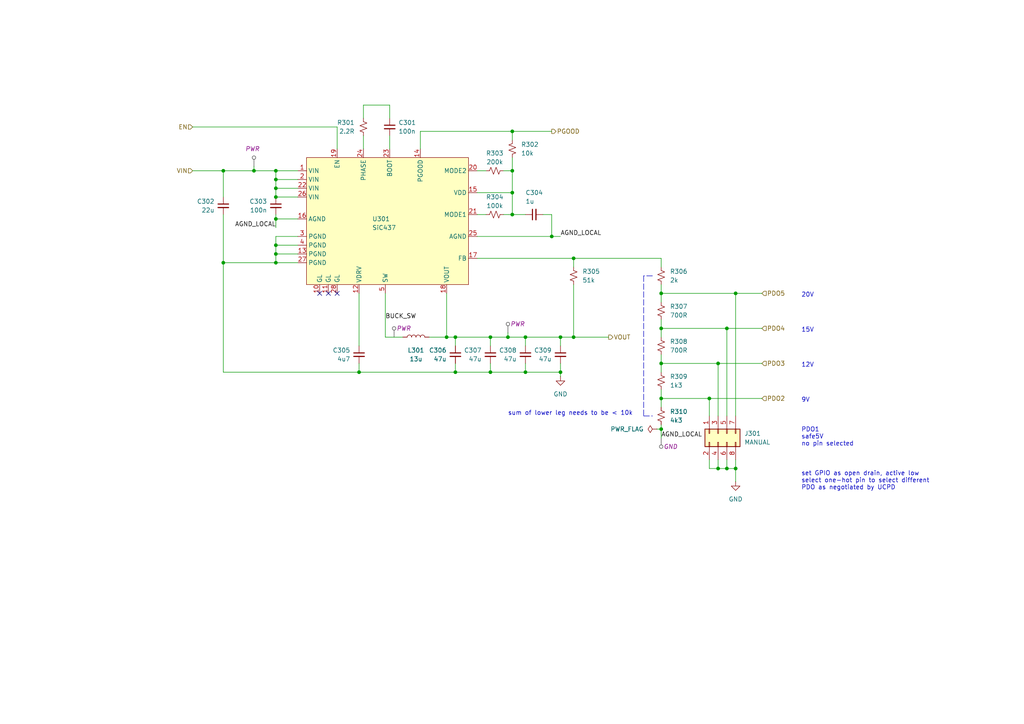
<source format=kicad_sch>
(kicad_sch (version 20231120) (generator "eeschema") (generator_version "8.0")
  (paper "A4")
  (lib_symbols
    (symbol "Connector_Generic:Conn_02x04_Odd_Even" (pin_names (offset 1.016) hide)
      (property "Reference" "J" (at 1.27 5.08 0))
      (property "Value" "Conn_02x04_Odd_Even" (at 1.27 -7.62 0))
      (symbol "Conn_02x04_Odd_Even_1_1"
        (rectangle (start -1.27 -4.953) (end 0 -5.207) (stroke (width 0.1524)))
        (rectangle (start -1.27 -2.413) (end 0 -2.667) (stroke (width 0.1524)))
        (rectangle (start -1.27 0.127) (end 0 -0.127) (stroke (width 0.1524)))
        (rectangle (start -1.27 2.667) (end 0 2.413) (stroke (width 0.1524)))
        (rectangle (start -1.27 3.81) (end 3.81 -6.35) (stroke (width 0.254)) (fill (type background)))
        (rectangle (start 3.81 -4.953) (end 2.54 -5.207) (stroke (width 0.1524)))
        (rectangle (start 3.81 -2.413) (end 2.54 -2.667) (stroke (width 0.1524)))
        (rectangle (start 3.81 0.127) (end 2.54 -0.127) (stroke (width 0.1524)))
        (rectangle (start 3.81 2.667) (end 2.54 2.413) (stroke (width 0.1524)))
        (pin passive line (at -5.08 2.54 0) (length 3.81) (name "Pin_1") (number "1"))
        (pin passive line (at 7.62 2.54 180) (length 3.81) (name "Pin_2") (number "2"))
        (pin passive line (at -5.08 0 0) (length 3.81) (name "Pin_3") (number "3"))
        (pin passive line (at 7.62 0 180) (length 3.81) (name "Pin_4") (number "4"))
        (pin passive line (at -5.08 -2.54 0) (length 3.81) (name "Pin_5") (number "5"))
        (pin passive line (at 7.62 -2.54 180) (length 3.81) (name "Pin_6") (number "6"))
        (pin passive line (at -5.08 -5.08 0) (length 3.81) (name "Pin_7") (number "7"))
        (pin passive line (at 7.62 -5.08 180) (length 3.81) (name "Pin_8") (number "8"))
      )
    )
    (symbol "Device:C_Small" (pin_numbers hide) (pin_names (offset 0.254) hide)
      (property "Reference" "C" (at 0.254 1.778 0))
      (property "Value" "C_Small" (at 0.254 -2.032 0))
      (symbol "C_Small_0_1"
        (polyline (pts (xy -1.524 -0.508) (xy 1.524 -0.508)) (stroke (width 0.3302)))
        (polyline (pts (xy -1.524 0.508) (xy 1.524 0.508)) (stroke (width 0.3048)))
      )
      (symbol "C_Small_1_1"
        (pin passive line (at 0 2.54 270) (length 2.032) (name "~") (number "1"))
        (pin passive line (at 0 -2.54 90) (length 2.032) (name "~") (number "2"))
      )
    )
    (symbol "Device:L" (pin_numbers hide) (pin_names (offset 1.016) hide)
      (property "Reference" "L" (at -1.27 0 90))
      (property "Value" "L" (at 1.905 0 90))
      (symbol "L_0_1"
        (arc (start 0 -2.54) (mid 0.6323 -1.905) (end 0 -1.27))
        (arc (start 0 -1.27) (mid 0.6323 -0.635) (end 0 0))
        (arc (start 0 0) (mid 0.6323 0.635) (end 0 1.27))
        (arc (start 0 1.27) (mid 0.6323 1.905) (end 0 2.54))
      )
      (symbol "L_1_1"
        (pin passive line (at 0 3.81 270) (length 1.27) (name "1") (number "1"))
        (pin passive line (at 0 -3.81 90) (length 1.27) (name "2") (number "2"))
      )
    )
    (symbol "Device:R_Small_US" (pin_numbers hide) (pin_names (offset 0.254) hide)
      (property "Reference" "R" (at 0.762 0.508 0))
      (property "Value" "R_Small_US" (at 0.762 -1.016 0))
      (symbol "R_Small_US_1_1"
        (polyline (pts (xy 0 0) (xy 1.016 -0.381) (xy 0 -0.762) (xy -1.016 -1.143) (xy 0 -1.524)))
        (polyline (pts (xy 0 1.524) (xy 1.016 1.143) (xy 0 0.762) (xy -1.016 0.381) (xy 0 0)))
        (pin passive line (at 0 2.54 270) (length 1.016) (name "~") (number "1"))
        (pin passive line (at 0 -2.54 90) (length 1.016) (name "~") (number "2"))
      )
    )
    (symbol "matei:SiC437"
      (property "Reference" "U" (at -2.54 0 0))
      (property "Value" "SiC437" (at -26.67 12.7 0))
      (symbol "SiC437_0_0"
        (pin power_in line (at -26.67 12.7 0) (length 2.54) (name "VIN") (number "1"))
        (pin output line (at -20.32 -22.86 90) (length 2.54) (name "GL") (number "10"))
        (pin output line (at -17.78 -22.86 90) (length 2.54) (name "GL") (number "11"))
        (pin passive line (at -8.89 -22.86 90) (length 2.54) (name "VDRV") (number "12"))
        (pin power_in line (at -26.67 -11.43 0) (length 2.54) (name "PGND") (number "13"))
        (pin output line (at 8.89 19.05 270) (length 2.54) (name "PGOOD") (number "14"))
        (pin passive line (at 25.4 6.35 180) (length 2.54) (name "VDD") (number "15"))
        (pin power_in line (at -26.67 -1.27 0) (length 2.54) (name "AGND") (number "16"))
        (pin input line (at 25.4 -12.7 180) (length 2.54) (name "FB") (number "17"))
        (pin power_out line (at 16.51 -22.86 90) (length 2.54) (name "VOUT") (number "18"))
        (pin input line (at -15.24 19.05 270) (length 2.54) (name "EN") (number "19"))
        (pin power_in line (at -26.67 10.16 0) (length 2.54) (name "VIN") (number "2"))
        (pin input line (at 25.4 12.7 180) (length 2.54) (name "MODE2") (number "20"))
        (pin input line (at 25.4 0 180) (length 2.54) (name "MODE1") (number "21"))
        (pin power_in line (at -26.67 7.62 0) (length 2.54) (name "VIN") (number "22"))
        (pin passive line (at 0 19.05 270) (length 2.54) (name "BOOT") (number "23"))
        (pin passive line (at -7.62 19.05 270) (length 2.54) (name "PHASE") (number "24"))
        (pin power_in line (at 25.4 -6.35 180) (length 2.54) (name "AGND") (number "25"))
        (pin power_in line (at -26.67 5.08 0) (length 2.54) (name "VIN") (number "26"))
        (pin power_in line (at -26.67 -13.97 0) (length 2.54) (name "PGND") (number "27"))
        (pin output line (at -15.24 -22.86 90) (length 2.54) (name "GL") (number "28"))
        (pin power_in line (at -26.67 -6.35 0) (length 2.54) (name "PGND") (number "3"))
        (pin power_in line (at -26.67 -8.89 0) (length 2.54) (name "PGND") (number "4"))
        (pin output line (at -1.27 -22.86 90) (length 2.54) (name "SW") (number "5"))
      )
      (symbol "SiC437_1_0"
        (pin passive line (at -1.27 -22.86 90) (length 2.54) hide (name "SW") (number "6"))
        (pin passive line (at -1.27 -22.86 90) (length 2.54) hide (name "SW") (number "7"))
        (pin passive line (at -1.27 -22.86 90) (length 2.54) hide (name "SW") (number "8"))
        (pin passive line (at -1.27 -22.86 90) (length 2.54) hide (name "SW") (number "9"))
      )
      (symbol "SiC437_1_1"
        (rectangle (start -24.13 16.51) (end 22.86 -20.32) (fill (type background)))
      )
    )
    (symbol "power:GND" (power) (pin_numbers hide) (pin_names (offset 0) hide)
      (property "Value" "GND" (at 0 -3.81 0))
      (symbol "GND_0_1"
        (polyline (pts (xy 0 0) (xy 0 -1.27) (xy 1.27 -1.27) (xy 0 -2.54) (xy -1.27 -1.27) (xy 0 -1.27)))
      )
      (symbol "GND_1_1"
        (pin power_in line (at 0 0 270) (length 0) (name "~") (number "1"))
      )
    )
    (symbol "power:PWR_FLAG" (power) (pin_numbers hide) (pin_names (offset 0) hide)
      (property "Value" "PWR_FLAG" (at 0 3.81 0))
      (symbol "PWR_FLAG_0_0"
        (pin power_out line (at 0 0 90) (length 0) (name "~") (number "1"))
      )
      (symbol "PWR_FLAG_0_1"
        (polyline (pts (xy 0 0) (xy 0 1.27) (xy -1.016 1.905) (xy 0 2.54) (xy 1.016 1.905) (xy 0 1.27)))
      )
    )
  )
  (junction (at 148.59 62.23))
  (junction (at 148.59 38.1))
  (junction (at 64.77 49.53))
  (junction (at 80.01 73.66))
  (junction (at 142.24 107.95))
  (junction (at 213.36 135.89))
  (junction (at 208.28 105.41))
  (junction (at 80.01 52.07))
  (junction (at 132.08 97.79))
  (junction (at 129.54 97.79))
  (junction (at 142.24 97.79))
  (junction (at 80.01 49.53))
  (junction (at 213.36 85.09))
  (junction (at 132.08 107.95))
  (junction (at 210.82 95.25))
  (junction (at 80.01 63.5))
  (junction (at 191.77 115.57))
  (junction (at 210.82 135.89))
  (junction (at 191.77 95.25))
  (junction (at 147.32 97.79))
  (junction (at 64.77 76.2))
  (junction (at 160.02 68.58))
  (junction (at 205.74 115.57))
  (junction (at 166.37 74.93))
  (junction (at 208.28 135.89))
  (junction (at 104.14 107.95))
  (junction (at 148.59 49.53))
  (junction (at 152.4 107.95))
  (junction (at 80.01 54.61))
  (junction (at 166.37 97.79))
  (junction (at 191.77 105.41))
  (junction (at 191.77 124.46))
  (junction (at 162.56 107.95))
  (junction (at 80.01 76.2))
  (junction (at 80.01 57.15))
  (junction (at 73.66 49.53))
  (junction (at 191.77 85.09))
  (junction (at 80.01 71.12))
  (junction (at 162.56 97.79))
  (junction (at 148.59 55.88))
  (junction (at 152.4 97.79))
  (no_connect (at 92.71 85.09))
  (no_connect (at 95.25 85.09))
  (no_connect (at 97.79 85.09))
  (wire (pts (xy 80.01 76.2) (xy 86.36 76.2)))
  (wire (pts (xy 138.43 68.58) (xy 160.02 68.58)))
  (wire (pts (xy 64.77 107.95) (xy 104.14 107.95)))
  (wire (pts (xy 132.08 107.95) (xy 142.24 107.95)))
  (wire (pts (xy 208.28 135.89) (xy 205.74 135.89)))
  (wire (pts (xy 160.02 62.23) (xy 160.02 68.58)))
  (wire (pts (xy 162.56 68.58) (xy 160.02 68.58)))
  (polyline (pts (xy 186.69 120.65) (xy 189.23 120.65)) (stroke (width 0) (type dash)))
  (wire (pts (xy 64.77 62.23) (xy 64.77 76.2)))
  (wire (pts (xy 157.48 62.23) (xy 160.02 62.23)))
  (wire (pts (xy 191.77 113.03) (xy 191.77 115.57)))
  (wire (pts (xy 80.01 71.12) (xy 80.01 73.66)))
  (wire (pts (xy 105.41 43.18) (xy 105.41 39.37)))
  (wire (pts (xy 121.92 38.1) (xy 148.59 38.1)))
  (wire (pts (xy 104.14 85.09) (xy 104.14 100.33)))
  (wire (pts (xy 162.56 97.79) (xy 166.37 97.79)))
  (wire (pts (xy 142.24 97.79) (xy 147.32 97.79)))
  (wire (pts (xy 148.59 38.1) (xy 160.02 38.1)))
  (wire (pts (xy 190.5 124.46) (xy 191.77 124.46)))
  (wire (pts (xy 86.36 57.15) (xy 80.01 57.15)))
  (wire (pts (xy 80.01 71.12) (xy 86.36 71.12)))
  (wire (pts (xy 142.24 107.95) (xy 152.4 107.95)))
  (wire (pts (xy 208.28 105.41) (xy 220.98 105.41)))
  (wire (pts (xy 129.54 97.79) (xy 132.08 97.79)))
  (wire (pts (xy 142.24 97.79) (xy 142.24 100.33)))
  (wire (pts (xy 105.41 34.29) (xy 105.41 30.48)))
  (polyline (pts (xy 189.23 80.01) (xy 186.69 80.01)) (stroke (width 0) (type dash)))
  (wire (pts (xy 162.56 107.95) (xy 162.56 109.22)))
  (wire (pts (xy 191.77 82.55) (xy 191.77 85.09)))
  (wire (pts (xy 147.32 97.79) (xy 152.4 97.79)))
  (wire (pts (xy 80.01 63.5) (xy 86.36 63.5)))
  (wire (pts (xy 147.32 96.52) (xy 147.32 97.79)))
  (wire (pts (xy 55.88 49.53) (xy 64.77 49.53)))
  (wire (pts (xy 205.74 115.57) (xy 220.98 115.57)))
  (wire (pts (xy 80.01 49.53) (xy 86.36 49.53)))
  (wire (pts (xy 191.77 85.09) (xy 213.36 85.09)))
  (wire (pts (xy 111.76 85.09) (xy 111.76 97.79)))
  (wire (pts (xy 80.01 57.15) (xy 80.01 54.61)))
  (wire (pts (xy 205.74 133.35) (xy 205.74 135.89)))
  (wire (pts (xy 64.77 76.2) (xy 80.01 76.2)))
  (wire (pts (xy 210.82 95.25) (xy 220.98 95.25)))
  (wire (pts (xy 166.37 74.93) (xy 191.77 74.93)))
  (wire (pts (xy 113.03 30.48) (xy 113.03 34.29)))
  (wire (pts (xy 152.4 97.79) (xy 162.56 97.79)))
  (wire (pts (xy 148.59 62.23) (xy 148.59 55.88)))
  (wire (pts (xy 191.77 95.25) (xy 210.82 95.25)))
  (wire (pts (xy 80.01 73.66) (xy 86.36 73.66)))
  (wire (pts (xy 73.66 48.26) (xy 73.66 49.53)))
  (wire (pts (xy 148.59 45.72) (xy 148.59 49.53)))
  (wire (pts (xy 162.56 105.41) (xy 162.56 107.95)))
  (wire (pts (xy 86.36 68.58) (xy 80.01 68.58)))
  (wire (pts (xy 80.01 54.61) (xy 80.01 52.07)))
  (wire (pts (xy 73.66 49.53) (xy 80.01 49.53)))
  (wire (pts (xy 80.01 68.58) (xy 80.01 71.12)))
  (wire (pts (xy 138.43 74.93) (xy 166.37 74.93)))
  (wire (pts (xy 152.4 105.41) (xy 152.4 107.95)))
  (wire (pts (xy 124.46 97.79) (xy 129.54 97.79)))
  (wire (pts (xy 213.36 135.89) (xy 213.36 139.7)))
  (wire (pts (xy 86.36 54.61) (xy 80.01 54.61)))
  (wire (pts (xy 191.77 74.93) (xy 191.77 77.47)))
  (wire (pts (xy 148.59 38.1) (xy 148.59 40.64)))
  (wire (pts (xy 64.77 76.2) (xy 64.77 107.95)))
  (wire (pts (xy 146.05 62.23) (xy 148.59 62.23)))
  (wire (pts (xy 86.36 52.07) (xy 80.01 52.07)))
  (wire (pts (xy 132.08 105.41) (xy 132.08 107.95)))
  (wire (pts (xy 191.77 85.09) (xy 191.77 87.63)))
  (wire (pts (xy 148.59 55.88) (xy 138.43 55.88)))
  (wire (pts (xy 105.41 30.48) (xy 113.03 30.48)))
  (wire (pts (xy 111.76 97.79) (xy 116.84 97.79)))
  (wire (pts (xy 191.77 102.87) (xy 191.77 105.41)))
  (wire (pts (xy 166.37 74.93) (xy 166.37 77.47)))
  (wire (pts (xy 162.56 97.79) (xy 162.56 100.33)))
  (wire (pts (xy 191.77 123.19) (xy 191.77 124.46)))
  (wire (pts (xy 191.77 115.57) (xy 191.77 118.11)))
  (wire (pts (xy 64.77 49.53) (xy 73.66 49.53)))
  (wire (pts (xy 146.05 49.53) (xy 148.59 49.53)))
  (wire (pts (xy 191.77 105.41) (xy 208.28 105.41)))
  (wire (pts (xy 213.36 85.09) (xy 220.98 85.09)))
  (wire (pts (xy 80.01 63.5) (xy 80.01 62.23)))
  (polyline (pts (xy 186.69 80.01) (xy 186.69 120.65)) (stroke (width 0) (type dash)))
  (wire (pts (xy 129.54 85.09) (xy 129.54 97.79)))
  (wire (pts (xy 210.82 95.25) (xy 210.82 120.65)))
  (wire (pts (xy 97.79 43.18) (xy 97.79 36.83)))
  (wire (pts (xy 138.43 62.23) (xy 140.97 62.23)))
  (wire (pts (xy 191.77 95.25) (xy 191.77 97.79)))
  (wire (pts (xy 152.4 97.79) (xy 152.4 100.33)))
  (wire (pts (xy 138.43 49.53) (xy 140.97 49.53)))
  (wire (pts (xy 191.77 92.71) (xy 191.77 95.25)))
  (wire (pts (xy 148.59 49.53) (xy 148.59 55.88)))
  (wire (pts (xy 210.82 135.89) (xy 208.28 135.89)))
  (wire (pts (xy 64.77 49.53) (xy 64.77 57.15)))
  (wire (pts (xy 213.36 133.35) (xy 213.36 135.89)))
  (wire (pts (xy 166.37 82.55) (xy 166.37 97.79)))
  (wire (pts (xy 208.28 133.35) (xy 208.28 135.89)))
  (wire (pts (xy 142.24 105.41) (xy 142.24 107.95)))
  (wire (pts (xy 132.08 97.79) (xy 132.08 100.33)))
  (wire (pts (xy 80.01 66.04) (xy 80.01 63.5)))
  (wire (pts (xy 205.74 115.57) (xy 205.74 120.65)))
  (wire (pts (xy 55.88 36.83) (xy 97.79 36.83)))
  (wire (pts (xy 213.36 135.89) (xy 210.82 135.89)))
  (wire (pts (xy 121.92 43.18) (xy 121.92 38.1)))
  (wire (pts (xy 113.03 39.37) (xy 113.03 43.18)))
  (wire (pts (xy 191.77 124.46) (xy 191.77 127)))
  (wire (pts (xy 191.77 105.41) (xy 191.77 107.95)))
  (wire (pts (xy 191.77 115.57) (xy 205.74 115.57)))
  (wire (pts (xy 104.14 107.95) (xy 132.08 107.95)))
  (wire (pts (xy 132.08 97.79) (xy 142.24 97.79)))
  (wire (pts (xy 80.01 52.07) (xy 80.01 49.53)))
  (wire (pts (xy 208.28 105.41) (xy 208.28 120.65)))
  (wire (pts (xy 80.01 73.66) (xy 80.01 76.2)))
  (wire (pts (xy 148.59 62.23) (xy 152.4 62.23)))
  (wire (pts (xy 104.14 105.41) (xy 104.14 107.95)))
  (wire (pts (xy 152.4 107.95) (xy 162.56 107.95)))
  (wire (pts (xy 210.82 133.35) (xy 210.82 135.89)))
  (wire (pts (xy 166.37 97.79) (xy 176.53 97.79)))
  (wire (pts (xy 213.36 85.09) (xy 213.36 120.65)))
  (text "sum of lower leg needs to be < 10k" (at 147.32 120.65 0) (effects (font (size 1.27 1.27)) (justify left bottom)))
  (text "20V" (at 232.41 86.36 0) (effects (font (size 1.27 1.27)) (justify left bottom)))
  (text "set GPIO as open drain, active low\nselect one-hot pin to select different\nPDO as negotiated by UCPD" (at 232.41 142.24 0) (effects (font (size 1.27 1.27)) (justify left bottom)))
  (text "PDO1\nsafe5V\nno pin selected" (at 232.41 129.54 0) (effects (font (size 1.27 1.27)) (justify left bottom)))
  (text "12V" (at 232.41 106.68 0) (effects (font (size 1.27 1.27)) (justify left bottom)))
  (text "9V" (at 232.41 116.84 0) (effects (font (size 1.27 1.27)) (justify left bottom)))
  (text "15V" (at 232.41 96.52 0) (effects (font (size 1.27 1.27)) (justify left bottom)))
  (label "AGND_LOCAL" (at 162.56 68.58 0))
  (label "BUCK_SW" (at 111.76 92.71 0))
  (label "AGND_LOCAL" (at 191.77 127 0))
  (label "AGND_LOCAL" (at 80.01 66.04 180))
  (hierarchical_label "PGOOD" (shape output) (at 160.02 38.1 0))
  (hierarchical_label "PDO4" (shape input) (at 220.98 95.25 0))
  (hierarchical_label "PDO3" (shape input) (at 220.98 105.41 0))
  (hierarchical_label "VOUT" (shape output) (at 176.53 97.79 0))
  (hierarchical_label "VIN" (shape input) (at 55.88 49.53 180))
  (hierarchical_label "PDO5" (shape input) (at 220.98 85.09 0))
  (hierarchical_label "PDO2" (shape input) (at 220.98 115.57 0))
  (hierarchical_label "EN" (shape input) (at 55.88 36.83 180))
  (netclass_flag "" (length 2.54) (shape round) (at 114.3 97.79 0) (property "Netclass" "PWR" (at 114.9985 95.25 0) (effects (font (italic yes)) (justify left))))
  (netclass_flag "" (length 2.54) (shape round) (at 191.77 127 180) (property "Netclass" "GND" (at 192.4685 129.54 0) (effects (font (italic yes)) (justify left))))
  (netclass_flag "" (length 2.54) (shape round) (at 73.66 48.26 0) (property "Netclass" "PWR" (at 71.12 43.18 0) (effects (font (italic yes)) (justify left))))
  (netclass_flag "" (length 2.54) (shape round) (at 147.32 96.52 0) (property "Netclass" "PWR" (at 148.0185 93.98 0) (effects (font (italic yes)) (justify left))))
  (symbol (lib_id "Device:C_Small") (at 104.14 102.87 0) (unit 1)
    (property "Reference" "C305" (at 101.6 101.6063 0) (effects (justify right)))
    (property "Value" "4u7" (at 101.6 104.1463 0) (effects (justify right)))
    (property "Footprint" "Capacitor_SMD:C_0603_1608Metric" (effects (hide yes)))
    (property "LCSC ID" "C19666" (effects (hide yes)))
    (instances (project "pdcard" (path "" (reference "C305") (unit 1)) (path "" (reference "C505") (unit 1))))
  )
  (symbol (lib_id "Device:C_Small") (at 154.94 62.23 90) (mirror x) (unit 1)
    (property "Reference" "C304" (at 152.4 55.88 90) (effects (justify right)))
    (property "Value" "1u" (at 152.4 58.42 90) (effects (justify right)))
    (property "Footprint" "Capacitor_SMD:C_0603_1608Metric" (effects (hide yes)))
    (property "LCSC ID" "C15849" (effects (hide yes)))
    (instances (project "pdcard" (path "" (reference "C304") (unit 1)) (path "" (reference "C504") (unit 1))))
  )
  (symbol (lib_id "Device:R_Small_US") (at 143.51 49.53 90) (unit 1)
    (property "Reference" "R303" (at 143.51 44.45 90))
    (property "Value" "200k" (at 143.51 46.99 90))
    (property "Footprint" "Resistor_SMD:R_0402_1005Metric" (effects (hide yes)))
    (property "LCSC ID" "C25764" (effects (hide yes)))
    (instances (project "pdcard" (path "" (reference "R303") (unit 1)) (path "" (reference "R503") (unit 1))))
  )
  (symbol (lib_id "Device:C_Small") (at 162.56 102.87 0) (unit 1)
    (property "Reference" "C309" (at 160.02 101.6063 0) (effects (justify right)))
    (property "Value" "47u" (at 160.02 104.1463 0) (effects (justify right)))
    (property "Footprint" "Capacitor_SMD:C_1206_3216Metric" (effects (hide yes)))
    (property "LCSC ID" "C76659" (effects (hide yes)))
    (instances (project "pdcard" (path "" (reference "C309") (unit 1)) (path "" (reference "C509") (unit 1))))
  )
  (symbol (lib_id "Device:R_Small_US") (at 191.77 120.65 0) (unit 1)
    (property "Reference" "R310" (at 194.31 119.38 0) (effects (justify left)))
    (property "Value" "4k3" (at 194.31 121.92 0) (effects (justify left)))
    (property "Footprint" "Resistor_SMD:R_0402_1005Metric" (effects (hide yes)))
    (property "LCSC ID" "C25899" (effects (hide yes)))
    (instances (project "pdcard" (path "" (reference "R310") (unit 1)) (path "" (reference "R510") (unit 1))))
  )
  (symbol (lib_id "power:GND") (at 162.56 109.22 0) (unit 1)
    (property "Reference" "#PWR0303" (effects (hide yes)))
    (property "Value" "GND" (at 162.56 114.3 0))
    (property "Description" "Power symbol creates a global label with name \"GND\" , ground" (effects (hide yes)))
    (instances (project "pdcard" (path "" (reference "#PWR0303") (unit 1)) (path "" (reference "#PWR0503") (unit 1))))
  )
  (symbol (lib_id "Device:R_Small_US") (at 191.77 110.49 0) (unit 1)
    (property "Reference" "R309" (at 194.31 109.22 0) (effects (justify left)))
    (property "Value" "1k3" (at 194.31 111.76 0) (effects (justify left)))
    (property "Footprint" "Resistor_SMD:R_0402_1005Metric" (effects (hide yes)))
    (property "LCSC ID" "C25866" (effects (hide yes)))
    (instances (project "pdcard" (path "" (reference "R309") (unit 1)) (path "" (reference "R509") (unit 1))))
  )
  (symbol (lib_id "Device:C_Small") (at 142.24 102.87 0) (unit 1)
    (property "Reference" "C307" (at 139.7 101.6063 0) (effects (justify right)))
    (property "Value" "47u" (at 139.7 104.1463 0) (effects (justify right)))
    (property "Footprint" "Capacitor_SMD:C_1206_3216Metric" (effects (hide yes)))
    (property "LCSC ID" "C76659" (effects (hide yes)))
    (instances (project "pdcard" (path "" (reference "C307") (unit 1)) (path "" (reference "C507") (unit 1))))
  )
  (symbol (lib_id "Device:L") (at 120.65 97.79 90) (unit 1)
    (property "Reference" "L301" (at 120.65 101.6 90))
    (property "Value" "13u" (at 120.65 104.14 90))
    (property "Footprint" "easyeda2kicad:IND-SMD_L5.2-W5.4" (effects (hide yes)))
    (property "LCSC ID" "C524588" (effects (hide yes)))
    (instances (project "pdcard" (path "" (reference "L301") (unit 1)) (path "" (reference "L501") (unit 1))))
  )
  (symbol (lib_id "Device:R_Small_US") (at 148.59 43.18 0) (mirror y) (unit 1)
    (property "Reference" "R302" (at 151.13 41.91 0) (effects (justify right)))
    (property "Value" "10k" (at 151.13 44.45 0) (effects (justify right)))
    (property "Footprint" "Resistor_SMD:R_0402_1005Metric" (effects (hide yes)))
    (property "LCSC ID" "C25744" (effects (hide yes)))
    (instances (project "pdcard" (path "" (reference "R302") (unit 1)) (path "" (reference "R502") (unit 1))))
  )
  (symbol (lib_id "Device:R_Small_US") (at 105.41 36.83 0) (unit 1)
    (property "Reference" "R301" (at 102.87 35.56 0) (effects (justify right)))
    (property "Value" "2.2R" (at 102.87 38.1 0) (effects (justify right)))
    (property "Footprint" "Resistor_SMD:R_0603_1608Metric" (effects (hide yes)))
    (property "LCSC ID" "C22939" (effects (hide yes)))
    (instances (project "pdcard" (path "" (reference "R301") (unit 1)) (path "" (reference "R501") (unit 1))))
  )
  (symbol (lib_id "Connector_Generic:Conn_02x04_Odd_Even") (at 208.28 125.73 90) (mirror x) (unit 1)
    (property "Reference" "J301" (at 215.9 125.73 90) (effects (justify right)))
    (property "Value" "MANUAL" (at 215.9 128.27 90) (effects (justify right)))
    (property "Footprint" "Connector_PinHeader_1.27mm:PinHeader_2x04_P1.27mm_Vertical" (effects (hide yes)))
    (property "Description" "Generic connector, double row, 02x04, odd/even pin numbering scheme (row 1 odd numbers, row 2 even numbers), script generated (kicad-library-utils/schlib/autogen/connector/)" (effects (hide yes)))
    (property "LCSC ID" "C2685182" (effects (hide yes)))
    (instances (project "pdcard" (path "" (reference "J301") (unit 1)) (path "" (reference "J501") (unit 1))))
  )
  (symbol (lib_id "Device:C_Small") (at 152.4 102.87 0) (unit 1)
    (property "Reference" "C308" (at 149.86 101.6063 0) (effects (justify right)))
    (property "Value" "47u" (at 149.86 104.1463 0) (effects (justify right)))
    (property "Footprint" "Capacitor_SMD:C_1206_3216Metric" (effects (hide yes)))
    (property "LCSC ID" "C76659" (effects (hide yes)))
    (instances (project "pdcard" (path "" (reference "C308") (unit 1)) (path "" (reference "C508") (unit 1))))
  )
  (symbol (lib_id "Device:R_Small_US") (at 166.37 80.01 0) (unit 1)
    (property "Reference" "R305" (at 168.91 78.74 0) (effects (justify left)))
    (property "Value" "51k" (at 168.91 81.28 0) (effects (justify left)))
    (property "Footprint" "Resistor_SMD:R_0402_1005Metric" (effects (hide yes)))
    (property "LCSC ID" "C25794" (effects (hide yes)))
    (instances (project "pdcard" (path "" (reference "R305") (unit 1)) (path "" (reference "R505") (unit 1))))
  )
  (symbol (lib_id "matei:SiC437") (at 113.03 62.23 0) (unit 1)
    (property "Reference" "U301" (at 107.95 63.5 0) (effects (justify left)))
    (property "Value" "SiC437" (at 107.95 66.04 0) (effects (justify left)))
    (property "Footprint" "matei:SiC437AED" (effects (hide yes)))
    (property "Datasheet" "https://datasheet.lcsc.com/lcsc/2202011500_Vishay-Intertech-SIC437AED-T1-GE3_C2071432.pdf" (effects (hide yes)))
    (property "LCSC ID" "C2071432" (effects (hide yes)))
    (instances (project "pdcard" (path "" (reference "U301") (unit 1)) (path "" (reference "U501") (unit 1))))
  )
  (symbol (lib_id "Device:C_Small") (at 80.01 59.69 0) (unit 1)
    (property "Reference" "C303" (at 77.47 58.4263 0) (effects (justify right)))
    (property "Value" "100n" (at 77.47 60.9663 0) (effects (justify right)))
    (property "Footprint" "Capacitor_SMD:C_0603_1608Metric" (effects (hide yes)))
    (property "LCSC ID" "C14663" (effects (hide yes)))
    (instances (project "pdcard" (path "" (reference "C303") (unit 1)) (path "" (reference "C503") (unit 1))))
  )
  (symbol (lib_id "Device:R_Small_US") (at 191.77 100.33 0) (unit 1)
    (property "Reference" "R308" (at 194.31 99.06 0) (effects (justify left)))
    (property "Value" "700R" (at 194.31 101.6 0) (effects (justify left)))
    (property "Footprint" "Resistor_SMD:R_0402_1005Metric" (effects (hide yes)))
    (property "LCSC ID" "C728428" (effects (hide yes)))
    (instances (project "pdcard" (path "" (reference "R308") (unit 1)) (path "" (reference "R508") (unit 1))))
  )
  (symbol (lib_id "Device:R_Small_US") (at 143.51 62.23 90) (unit 1)
    (property "Reference" "R304" (at 143.51 57.15 90))
    (property "Value" "100k" (at 143.51 59.69 90))
    (property "Footprint" "Resistor_SMD:R_0402_1005Metric" (effects (hide yes)))
    (property "LCSC ID" "C25741" (effects (hide yes)))
    (instances (project "pdcard" (path "" (reference "R304") (unit 1)) (path "" (reference "R504") (unit 1))))
  )
  (symbol (lib_id "Device:C_Small") (at 113.03 36.83 0) (mirror y) (unit 1)
    (property "Reference" "C301" (at 115.57 35.5663 0) (effects (justify right)))
    (property "Value" "100n" (at 115.57 38.1063 0) (effects (justify right)))
    (property "Footprint" "Capacitor_SMD:C_0603_1608Metric" (effects (hide yes)))
    (property "LCSC ID" "C14663" (effects (hide yes)))
    (instances (project "pdcard" (path "" (reference "C301") (unit 1)) (path "" (reference "C501") (unit 1))))
  )
  (symbol (lib_id "Device:C_Small") (at 132.08 102.87 0) (unit 1)
    (property "Reference" "C306" (at 129.54 101.6063 0) (effects (justify right)))
    (property "Value" "47u" (at 129.54 104.1463 0) (effects (justify right)))
    (property "Footprint" "Capacitor_SMD:C_1206_3216Metric" (effects (hide yes)))
    (property "LCSC ID" "C76659" (effects (hide yes)))
    (instances (project "pdcard" (path "" (reference "C306") (unit 1)) (path "" (reference "C506") (unit 1))))
  )
  (symbol (lib_id "Device:R_Small_US") (at 191.77 90.17 0) (unit 1)
    (property "Reference" "R307" (at 194.31 88.9 0) (effects (justify left)))
    (property "Value" "700R" (at 194.31 91.44 0) (effects (justify left)))
    (property "Footprint" "Resistor_SMD:R_0402_1005Metric" (effects (hide yes)))
    (property "LCSC ID" "C728428" (effects (hide yes)))
    (instances (project "pdcard" (path "" (reference "R307") (unit 1)) (path "" (reference "R507") (unit 1))))
  )
  (symbol (lib_id "Device:C_Small") (at 64.77 59.69 0) (unit 1)
    (property "Reference" "C302" (at 62.23 58.4263 0) (effects (justify right)))
    (property "Value" "22u" (at 62.23 60.9663 0) (effects (justify right)))
    (property "Footprint" "Capacitor_SMD:C_0805_2012Metric" (effects (hide yes)))
    (property "LCSC ID" "C45783" (effects (hide yes)))
    (instances (project "pdcard" (path "" (reference "C302") (unit 1)) (path "" (reference "C502") (unit 1))))
  )
  (symbol (lib_id "power:GND") (at 213.36 139.7 0) (unit 1)
    (property "Reference" "#PWR0305" (effects (hide yes)))
    (property "Value" "GND" (at 213.36 144.78 0))
    (property "Description" "Power symbol creates a global label with name \"GND\" , ground" (effects (hide yes)))
    (instances (project "pdcard" (path "" (reference "#PWR0305") (unit 1)) (path "" (reference "#PWR0505") (unit 1))))
  )
  (symbol (lib_id "power:PWR_FLAG") (at 190.5 124.46 90) (mirror x) (unit 1)
    (property "Reference" "#FLG0601" (effects (hide yes)))
    (property "Value" "PWR_FLAG" (at 186.69 124.4599 90) (effects (justify left)))
    (property "Description" "Special symbol for telling ERC where power comes from" (effects (hide yes)))
    (instances (project "pdcard" (path "" (reference "#FLG0601") (unit 1)) (path "" (reference "#FLG0301") (unit 1))))
  )
  (symbol (lib_id "Device:R_Small_US") (at 191.77 80.01 0) (unit 1)
    (property "Reference" "R306" (at 194.31 78.74 0) (effects (justify left)))
    (property "Value" "2k" (at 194.31 81.28 0) (effects (justify left)))
    (property "Footprint" "Resistor_SMD:R_0402_1005Metric" (effects (hide yes)))
    (property "LCSC ID" "C4109" (effects (hide yes)))
    (instances (project "pdcard" (path "" (reference "R306") (unit 1)) (path "" (reference "R506") (unit 1))))
  )
)
</source>
